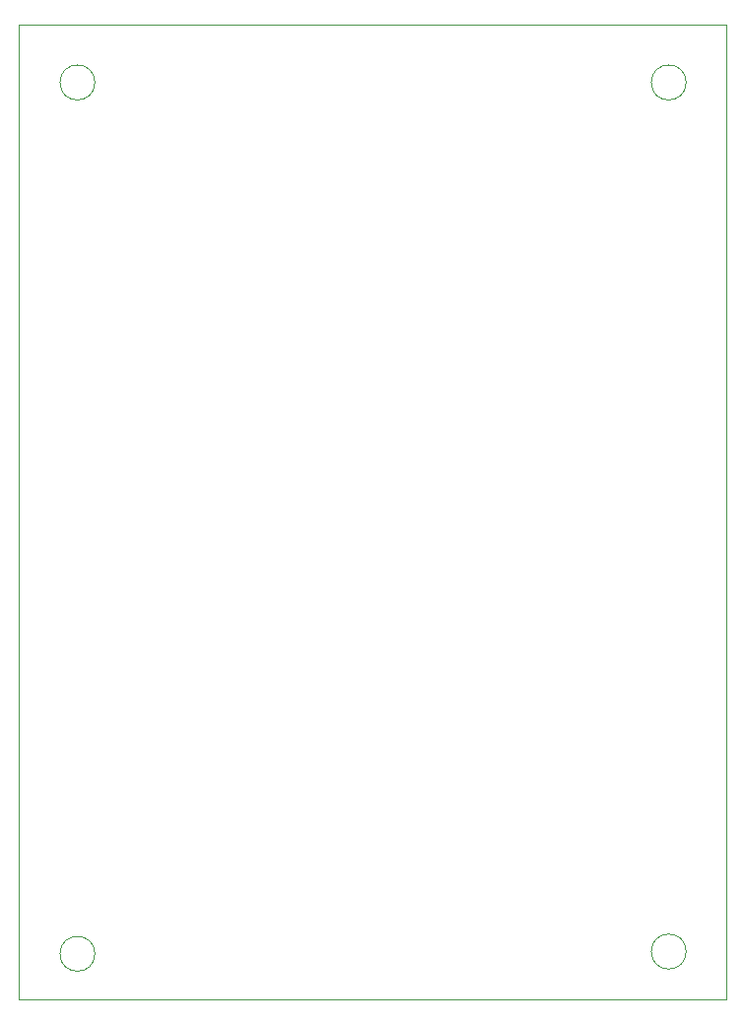
<source format=gbr>
%TF.GenerationSoftware,KiCad,Pcbnew,(7.0.0)*%
%TF.CreationDate,2023-03-15T19:38:10+01:00*%
%TF.ProjectId,QuinLED-ESP32-Breakout,5175696e-4c45-4442-9d45-535033322d42,rev?*%
%TF.SameCoordinates,Original*%
%TF.FileFunction,Profile,NP*%
%FSLAX46Y46*%
G04 Gerber Fmt 4.6, Leading zero omitted, Abs format (unit mm)*
G04 Created by KiCad (PCBNEW (7.0.0)) date 2023-03-15 19:38:10*
%MOMM*%
%LPD*%
G01*
G04 APERTURE LIST*
%TA.AperFunction,Profile*%
%ADD10C,0.100000*%
%TD*%
G04 APERTURE END LIST*
D10*
X123420000Y-106680000D02*
G75*
G03*
X123420000Y-106680000I-1500000J0D01*
G01*
X66040000Y-101714921D02*
X126835703Y-101714921D01*
X126835703Y-101714921D02*
X126835703Y-185420000D01*
X126835703Y-185420000D02*
X66040000Y-185420000D01*
X66040000Y-185420000D02*
X66040000Y-101714921D01*
X123420000Y-181340141D02*
G75*
G03*
X123420000Y-181340141I-1500000J0D01*
G01*
X72620000Y-181535176D02*
G75*
G03*
X72620000Y-181535176I-1500000J0D01*
G01*
X72620000Y-106680000D02*
G75*
G03*
X72620000Y-106680000I-1500000J0D01*
G01*
M02*

</source>
